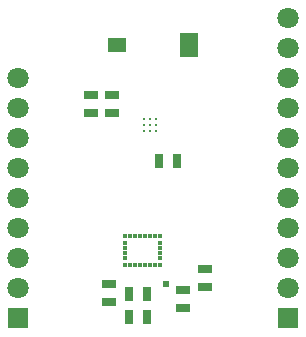
<source format=gbr>
G04 DipTrace 3.0.0.2*
G04 esp32-lighthouse-9dof-single-TopMask.gbr*
%MOIN*%
G04 #@! TF.FileFunction,Soldermask,Top*
G04 #@! TF.Part,Single*
%ADD21C,0.070929*%
%ADD38C,0.024*%
%ADD40R,0.013055X0.01778*%
%ADD42R,0.01778X0.013055*%
%ADD44C,0.011874*%
%ADD46R,0.059118X0.051244*%
%ADD48R,0.059118X0.08274*%
%ADD50C,0.070929*%
%ADD52R,0.070929X0.070929*%
%ADD54R,0.049X0.029*%
%ADD56R,0.029X0.049*%
%FSLAX26Y26*%
G04*
G70*
G90*
G75*
G01*
G04 TopMask*
%LPD*%
D56*
X80000Y125000D3*
X20945D3*
D54*
X-135000Y285000D3*
Y344055D3*
X100000Y-305000D3*
Y-364055D3*
X175000Y-235000D3*
Y-294055D3*
D56*
X-20472Y-320472D3*
X-79528D3*
X-20472Y-395472D3*
X-79528D3*
D54*
X-145000Y-285000D3*
Y-344055D3*
X-205000Y345000D3*
Y285945D3*
D52*
X-450000Y-400000D3*
D50*
Y-300000D3*
Y-200000D3*
Y-100000D3*
Y0D3*
Y100000D3*
Y200000D3*
Y300000D3*
Y400000D3*
D21*
X450000Y600000D3*
D50*
Y500000D3*
Y400000D3*
Y300000D3*
Y200000D3*
Y100000D3*
Y0D3*
Y-100000D3*
Y-200000D3*
Y-300000D3*
D52*
Y-400000D3*
D48*
X120079Y510000D3*
D46*
X-120079D3*
D44*
X-29685Y265000D3*
X-10000D3*
X9685D3*
X-29685Y245315D3*
X-10000D3*
X9685D3*
X-29685Y225630D3*
X-10000D3*
X9685D3*
D42*
X24252Y-200394D3*
Y-183465D3*
Y-166535D3*
Y-149606D3*
D40*
Y-126772D3*
X7323D3*
X-9606D3*
X-26535D3*
X-43465D3*
X-60394D3*
X-77323D3*
X-94252D3*
D42*
Y-149606D3*
Y-166535D3*
Y-183465D3*
Y-200394D3*
D40*
Y-223228D3*
X-77323D3*
X-60394D3*
X-43465D3*
X-26535D3*
X-9606D3*
X7323D3*
X24252D3*
D38*
X45000Y-285000D3*
M02*

</source>
